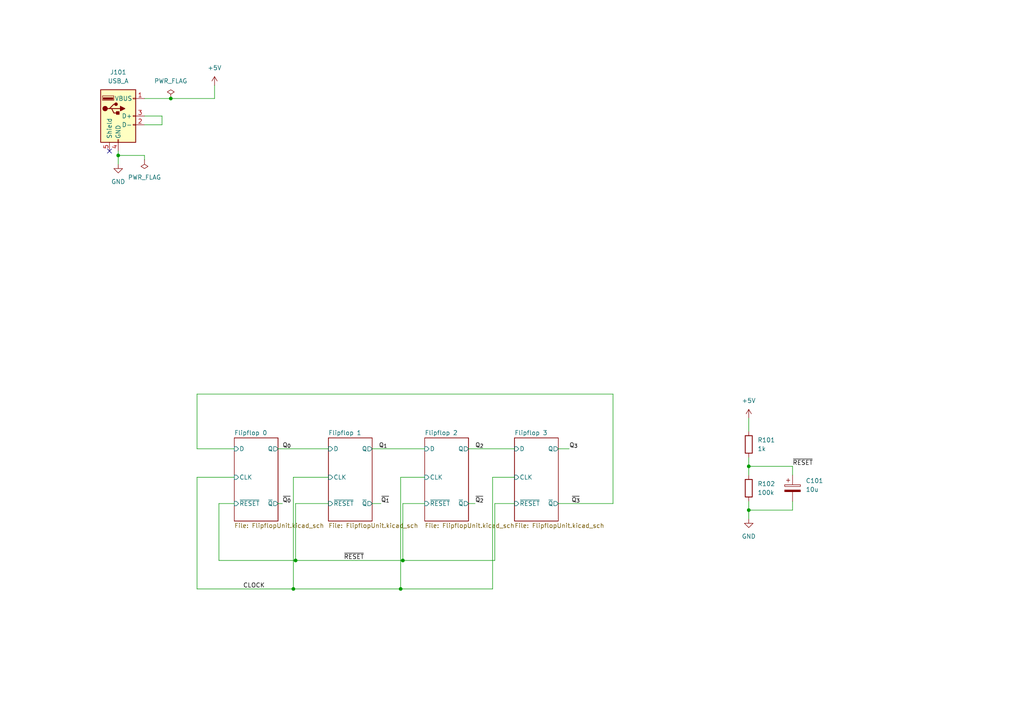
<source format=kicad_sch>
(kicad_sch (version 20211123) (generator eeschema)
  (paper "A4")
  (lib_symbols
    (symbol "Connector:USB_A" (pin_names (offset 1.016))
      (property "Reference" "J" (at -5.08 11.43 0))
      (property "Value" "USB_A" (at -5.08 8.89 0))
      (symbol "USB_A_0_1"
        (rectangle (start -5.08 -7.62) (end 5.08 7.62) (stroke (width 0.254)) (fill (type background)))
        (circle (center -3.81 2.159) (radius 0.635) (stroke (width 0.254)) (fill (type outline)))
        (rectangle (start -1.524 4.826) (end -4.318 5.334) (fill (type outline)))
        (rectangle (start -1.27 4.572) (end -4.572 5.842))
        (circle (center -0.635 3.429) (radius 0.381) (stroke (width 0.254)) (fill (type outline)))
        (rectangle (start -0.127 -7.62) (end 0.127 -6.858))
        (polyline (pts (xy -3.175 2.159) (xy -2.54 2.159) (xy -1.27 3.429) (xy -0.635 3.429)) (stroke (width 0.254)))
        (polyline (pts (xy -2.54 2.159) (xy -1.905 2.159) (xy -1.27 0.889) (xy 0 0.889)) (stroke (width 0.254)))
        (polyline (pts (xy 0.635 2.794) (xy 0.635 1.524) (xy 1.905 2.159) (xy 0.635 2.794)) (stroke (width 0.254)) (fill (type outline)))
        (rectangle (start 0.254 1.27) (end -0.508 0.508) (stroke (width 0.254)) (fill (type outline)))
        (rectangle (start 5.08 -2.667) (end 4.318 -2.413))
        (rectangle (start 5.08 -0.127) (end 4.318 0.127))
        (rectangle (start 5.08 4.953) (end 4.318 5.207))
      )
      (symbol "USB_A_1_1"
        (polyline (pts (xy -1.905 2.159) (xy 0.635 2.159)) (stroke (width 0.254)))
        (pin power_in line (at 7.62 5.08 180) (length 2.54) (name "VBUS") (number "1"))
        (pin bidirectional line (at 7.62 -2.54 180) (length 2.54) (name "D-") (number "2"))
        (pin bidirectional line (at 7.62 0 180) (length 2.54) (name "D+") (number "3"))
        (pin power_in line (at 0 -10.16 90) (length 2.54) (name "GND") (number "4"))
        (pin passive line (at -2.54 -10.16 90) (length 2.54) (name "Shield") (number "5"))
      )
    )
    (symbol "Device:C_Polarized" (pin_numbers hide) (pin_names (offset 0.254))
      (property "Reference" "C" (at 0.635 2.54 0))
      (property "Value" "C_Polarized" (at 0.635 -2.54 0))
      (symbol "C_Polarized_0_1"
        (rectangle (start -2.286 0.508) (end 2.286 1.016))
        (polyline (pts (xy -1.778 2.286) (xy -0.762 2.286)))
        (polyline (pts (xy -1.27 2.794) (xy -1.27 1.778)))
        (rectangle (start 2.286 -0.508) (end -2.286 -1.016) (fill (type outline)))
      )
      (symbol "C_Polarized_1_1"
        (pin passive line (at 0 3.81 270) (length 2.794) (name "~") (number "1"))
        (pin passive line (at 0 -3.81 90) (length 2.794) (name "~") (number "2"))
      )
    )
    (symbol "Device:R" (pin_numbers hide) (pin_names (offset 0))
      (property "Reference" "R" (at 2.032 0 90))
      (property "Value" "R" (at 0 0 90))
      (symbol "R_0_1"
        (rectangle (start -1.016 -2.54) (end 1.016 2.54) (stroke (width 0.254)))
      )
      (symbol "R_1_1"
        (pin passive line (at 0 3.81 270) (length 1.27) (name "~") (number "1"))
        (pin passive line (at 0 -3.81 90) (length 1.27) (name "~") (number "2"))
      )
    )
    (symbol "power:+5V" (power) (pin_names (offset 0))
      (property "Value" "+5V" (at 0 3.556 0))
      (symbol "+5V_0_1"
        (polyline (pts (xy -0.762 1.27) (xy 0 2.54)))
        (polyline (pts (xy 0 0) (xy 0 2.54)))
        (polyline (pts (xy 0 2.54) (xy 0.762 1.27)))
      )
      (symbol "+5V_1_1"
        (pin power_in line (at 0 0 90) (length 0) hide (name "+5V") (number "1"))
      )
    )
    (symbol "power:GND" (power) (pin_names (offset 0))
      (property "Value" "GND" (at 0 -3.81 0))
      (symbol "GND_0_1"
        (polyline (pts (xy 0 0) (xy 0 -1.27) (xy 1.27 -1.27) (xy 0 -2.54) (xy -1.27 -1.27) (xy 0 -1.27)))
      )
      (symbol "GND_1_1"
        (pin power_in line (at 0 0 270) (length 0) hide (name "GND") (number "1"))
      )
    )
    (symbol "power:PWR_FLAG" (power) (pin_numbers hide) (pin_names (offset 0) hide)
      (property "Value" "PWR_FLAG" (at 0 3.81 0))
      (symbol "PWR_FLAG_0_0"
        (pin power_out line (at 0 0 90) (length 0) (name "pwr") (number "1"))
      )
      (symbol "PWR_FLAG_0_1"
        (polyline (pts (xy 0 0) (xy 0 1.27) (xy -1.016 1.905) (xy 0 2.54) (xy 1.016 1.905) (xy 0 1.27)))
      )
    )
  )
  (junction (at 34.29 45.085))
  (junction (at 116.205 170.815))
  (junction (at 217.17 135.255))
  (junction (at 85.725 162.56))
  (junction (at 217.17 147.955))
  (junction (at 116.84 162.56))
  (junction (at 49.53 28.575))
  (junction (at 85.09 170.815))
  (no_connect (at 31.75 43.815))
  (wire (pts (xy 85.09 138.43) (xy 85.09 170.815)))
  (wire (pts (xy 67.945 138.43) (xy 57.15 138.43)))
  (wire (pts (xy 217.17 121.285) (xy 217.17 125.095)))
  (wire (pts (xy 34.29 45.085) (xy 34.29 47.625)))
  (wire (pts (xy 229.87 135.255) (xy 229.87 137.795)))
  (wire (pts (xy 80.645 146.05) (xy 81.915 146.05)))
  (wire (pts (xy 217.17 132.715) (xy 217.17 135.255)))
  (wire (pts (xy 107.95 146.05) (xy 110.49 146.05)))
  (wire (pts (xy 107.95 130.175) (xy 123.19 130.175)))
  (wire (pts (xy 116.205 170.815) (xy 116.205 138.43)))
  (wire (pts (xy 217.17 147.955) (xy 229.87 147.955)))
  (wire (pts (xy 217.17 135.255) (xy 217.17 137.795)))
  (wire (pts (xy 57.15 114.3) (xy 57.15 130.175)))
  (wire (pts (xy 41.91 33.655) (xy 46.99 33.655)))
  (wire (pts (xy 67.945 146.05) (xy 63.5 146.05)))
  (wire (pts (xy 142.875 138.43) (xy 149.225 138.43)))
  (wire (pts (xy 34.29 45.085) (xy 41.91 45.085)))
  (wire (pts (xy 116.205 170.815) (xy 142.875 170.815)))
  (wire (pts (xy 135.89 130.175) (xy 149.225 130.175)))
  (wire (pts (xy 95.25 146.05) (xy 85.725 146.05)))
  (wire (pts (xy 85.725 162.56) (xy 116.84 162.56)))
  (wire (pts (xy 34.29 43.815) (xy 34.29 45.085)))
  (wire (pts (xy 85.09 170.815) (xy 116.205 170.815)))
  (wire (pts (xy 142.875 170.815) (xy 142.875 138.43)))
  (wire (pts (xy 143.51 162.56) (xy 143.51 146.05)))
  (wire (pts (xy 63.5 162.56) (xy 85.725 162.56)))
  (wire (pts (xy 57.15 130.175) (xy 67.945 130.175)))
  (wire (pts (xy 57.15 170.815) (xy 85.09 170.815)))
  (wire (pts (xy 63.5 146.05) (xy 63.5 162.56)))
  (wire (pts (xy 80.645 130.175) (xy 95.25 130.175)))
  (wire (pts (xy 95.25 138.43) (xy 85.09 138.43)))
  (wire (pts (xy 229.87 147.955) (xy 229.87 145.415)))
  (wire (pts (xy 217.17 147.955) (xy 217.17 150.495)))
  (wire (pts (xy 41.91 45.085) (xy 41.91 46.355)))
  (wire (pts (xy 217.17 145.415) (xy 217.17 147.955)))
  (wire (pts (xy 177.8 146.05) (xy 177.8 114.3)))
  (wire (pts (xy 135.89 146.05) (xy 137.795 146.05)))
  (wire (pts (xy 116.84 146.05) (xy 123.19 146.05)))
  (wire (pts (xy 41.91 36.195) (xy 46.99 36.195)))
  (wire (pts (xy 116.205 138.43) (xy 123.19 138.43)))
  (wire (pts (xy 49.53 28.575) (xy 62.23 28.575)))
  (wire (pts (xy 143.51 146.05) (xy 149.225 146.05)))
  (wire (pts (xy 161.925 146.05) (xy 177.8 146.05)))
  (wire (pts (xy 116.84 162.56) (xy 116.84 146.05)))
  (wire (pts (xy 161.925 130.175) (xy 165.1 130.175)))
  (wire (pts (xy 85.725 146.05) (xy 85.725 162.56)))
  (wire (pts (xy 62.23 28.575) (xy 62.23 24.765)))
  (wire (pts (xy 41.91 28.575) (xy 49.53 28.575)))
  (wire (pts (xy 116.84 162.56) (xy 143.51 162.56)))
  (wire (pts (xy 57.15 138.43) (xy 57.15 170.815)))
  (wire (pts (xy 217.17 135.255) (xy 229.87 135.255)))
  (wire (pts (xy 177.8 114.3) (xy 57.15 114.3)))
  (wire (pts (xy 46.99 33.655) (xy 46.99 36.195)))
  (label "Q_{1}" (at 109.855 130.175 0))
  (label "~{Q_{3}}" (at 165.735 146.05 0))
  (label "CLOCK" (at 70.485 170.815 0))
  (label "~{RESET}" (at 229.87 135.255 0))
  (label "~{Q_{1}}" (at 110.49 146.05 0))
  (label "~{RESET}" (at 99.695 162.56 0))
  (label "~{Q_{2}}" (at 137.795 146.05 0))
  (label "Q_{3}" (at 165.1 130.175 0))
  (label "Q_{2}" (at 137.795 130.175 0))
  (label "~{Q_{0}}" (at 81.915 146.05 0))
  (label "Q_{0}" (at 81.915 130.175 0))
  (symbol (lib_id "power:GND") (at 217.17 150.495 0) (unit 1)
    (property "Reference" "#PWR0103" (effects hide))
    (property "Value" "GND" (at 217.17 155.575 0))
  )
  (symbol (lib_id "power:PWR_FLAG") (at 41.91 46.355 180) (unit 1)
    (property "Reference" "#FLG0101" (effects hide))
    (property "Value" "PWR_FLAG" (at 41.91 51.435 0))
  )
  (symbol (lib_id "power:+5V") (at 217.17 121.285 0) (unit 1)
    (property "Reference" "#PWR0104" (effects hide))
    (property "Value" "+5V" (at 217.17 116.205 0))
  )
  (symbol (lib_id "Device:R") (at 217.17 141.605 0) (unit 1)
    (property "Reference" "R102" (at 219.71 140.3349 0) (effects (justify left)))
    (property "Value" "100k" (at 219.71 142.8749 0) (effects (justify left)))
    (property "Footprint" "Resistor_THT:R_Axial_DIN0207_L6.3mm_D2.5mm_P7.62mm_Horizontal" (effects hide))
  )
  (symbol (lib_id "Device:C_Polarized") (at 229.87 141.605 0) (unit 1)
    (property "Reference" "C101" (at 233.68 139.4459 0) (effects (justify left)))
    (property "Value" "10u" (at 233.68 141.9859 0) (effects (justify left)))
    (property "Footprint" "Capacitor_THT:CP_Radial_D4.0mm_P1.50mm" (effects hide))
  )
  (symbol (lib_id "power:PWR_FLAG") (at 49.53 28.575 0) (unit 1)
    (property "Reference" "#FLG0102" (effects hide))
    (property "Value" "PWR_FLAG" (at 49.53 23.495 0))
  )
  (symbol (lib_id "Connector:USB_A") (at 34.29 33.655 0) (unit 1)
    (property "Reference" "J101" (at 34.29 20.955 0))
    (property "Value" "USB_A" (at 34.29 23.495 0))
    (property "Footprint" "Connector_USB:USB_A_Molex_67643_Horizontal" (effects hide))
    (property "Datasheet" " ~" (effects hide))
  )
  (symbol (lib_id "power:GND") (at 34.29 47.625 0) (unit 1)
    (property "Reference" "#PWR0101" (effects hide))
    (property "Value" "GND" (at 34.29 52.705 0))
  )
  (symbol (lib_id "power:+5V") (at 62.23 24.765 0) (unit 1)
    (property "Reference" "#PWR0102" (effects hide))
    (property "Value" "+5V" (at 62.23 19.685 0))
  )
  (symbol (lib_id "Device:R") (at 217.17 128.905 0) (unit 1)
    (property "Reference" "R101" (at 219.71 127.6349 0) (effects (justify left)))
    (property "Value" "1k" (at 219.71 130.1749 0) (effects (justify left)))
    (property "Footprint" "Resistor_THT:R_Axial_DIN0207_L6.3mm_D2.5mm_P7.62mm_Horizontal" (effects hide))
  )
  (sheet (at 123.19 127) (size 12.7 24.13) (stroke (width 0.1524))
    (property "Sheet name" "Flipflop 2" (at 123.19 126.2884 0) (effects (justify left bottom)))
    (property "Sheet file" "FlipflopUnit.kicad_sch" (at 123.19 151.7146 0) (effects (justify left top)))
    (pin "D" input (at 123.19 130.175 180))
    (pin "CLK" input (at 123.19 138.43 180))
    (pin "~{RESET}" input (at 123.19 146.05 180))
    (pin "~{Q}" output (at 135.89 146.05 0))
    (pin "Q" output (at 135.89 130.175 0))
  )
  (sheet (at 95.25 127) (size 12.7 24.13) (stroke (width 0.1524))
    (property "Sheet name" "Flipflop 1" (at 95.25 126.2884 0) (effects (justify left bottom)))
    (property "Sheet file" "FlipflopUnit.kicad_sch" (at 95.25 151.7146 0) (effects (justify left top)))
    (pin "D" input (at 95.25 130.175 180))
    (pin "CLK" input (at 95.25 138.43 180))
    (pin "~{RESET}" input (at 95.25 146.05 180))
    (pin "~{Q}" output (at 107.95 146.05 0))
    (pin "Q" output (at 107.95 130.175 0))
  )
  (sheet (at 149.225 127) (size 12.7 24.13) (stroke (width 0.1524))
    (property "Sheet name" "Flipflop 3" (at 149.225 126.2884 0) (effects (justify left bottom)))
    (property "Sheet file" "FlipflopUnit.kicad_sch" (at 149.225 151.7146 0) (effects (justify left top)))
    (pin "D" input (at 149.225 130.175 180))
    (pin "CLK" input (at 149.225 138.43 180))
    (pin "~{RESET}" input (at 149.225 146.05 180))
    (pin "~{Q}" output (at 161.925 146.05 0))
    (pin "Q" output (at 161.925 130.175 0))
  )
  (sheet (at 67.945 127) (size 12.7 24.13) (stroke (width 0.1524))
    (property "Sheet name" "Flipflop 0" (at 67.945 126.2884 0) (effects (justify left bottom)))
    (property "Sheet file" "FlipflopUnit.kicad_sch" (at 67.945 151.7146 0) (effects (justify left top)))
    (pin "D" input (at 67.945 130.175 180))
    (pin "CLK" input (at 67.945 138.43 180))
    (pin "~{RESET}" input (at 67.945 146.05 180))
    (pin "~{Q}" output (at 80.645 146.05 0))
    (pin "Q" output (at 80.645 130.175 0))
  )
)
</source>
